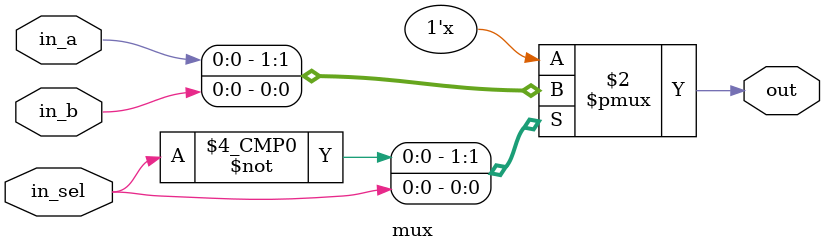
<source format=sv>
`timescale 1ns/100ps

module mux #(parameter DATA_WIDTH=1) (
    input   logic [DATA_WIDTH-1:0]  in_a,
    input   logic [DATA_WIDTH-1:0]  in_b,
    input   logic                   in_sel,
    output  logic [DATA_WIDTH-1:0]  out
);

    // approach 1
    // assign out = (in_a & ~in_sel) | (in_b & in_sel);

    // approach 2
    // always @(*) begin
    //     out = (in_sel)? in_a : in_b;
    // end

    // approach 3
    always @(*) begin
        case (in_sel)
            1'd0: out = in_a;
            1'd1: out = in_b;
            default: out = 'd0;
        endcase
    end

endmodule
</source>
